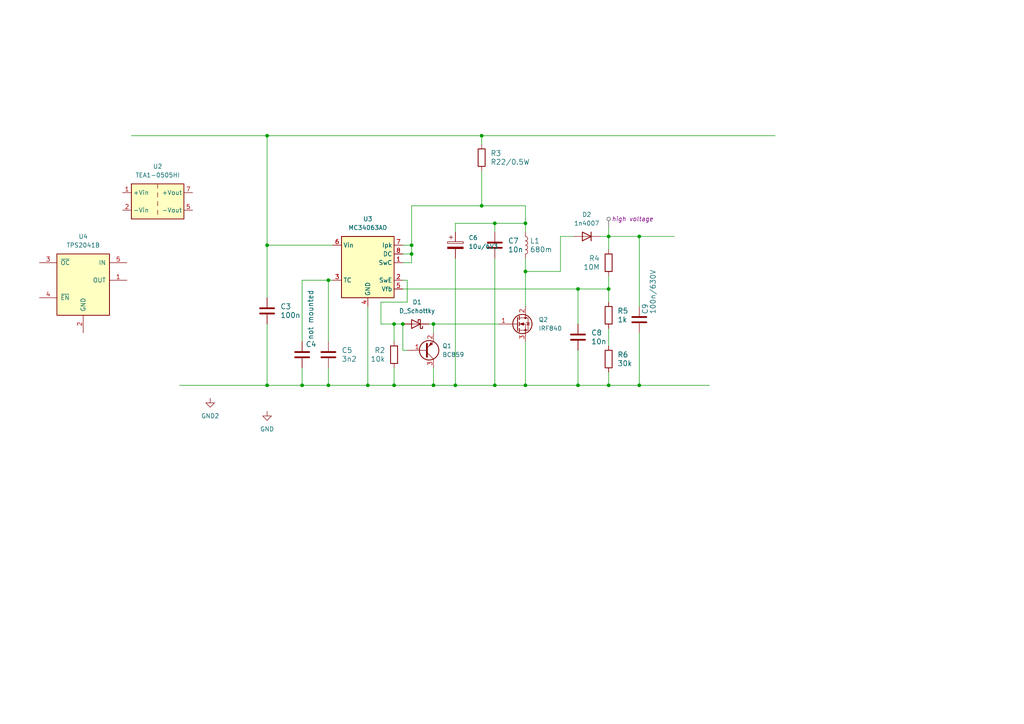
<source format=kicad_sch>
(kicad_sch (version 20231120) (generator "eeschema") (generator_version "8.0")
  (paper "A4")
  (lib_symbols
    (symbol "Converter_DCDC:TEA1-0505HI"
      (property "Reference" "U" (at -7.62 6.35 0))
      (property "Value" "TEA1-0505HI" (at -2.54 6.35 0))
      (symbol "TEA1-0505HI_0_1"
        (rectangle (start -7.62 5.08) (end 7.62 -5.08) (stroke (width 0.254)) (fill (type background)))
        (polyline (pts (xy 0 -2.54) (xy 0 -3.81)))
        (polyline (pts (xy 0 0) (xy 0 -1.27)))
        (polyline (pts (xy 0 2.54) (xy 0 1.27)))
        (polyline (pts (xy 0 5.08) (xy 0 3.81)))
      )
      (symbol "TEA1-0505HI_1_1"
        (pin power_in line (at -10.16 2.54 0) (length 2.54) (name "+Vin") (number "1"))
        (pin power_in line (at -10.16 -2.54 0) (length 2.54) (name "-Vin") (number "2"))
        (pin power_out line (at 10.16 -2.54 180) (length 2.54) (name "-Vout") (number "5"))
        (pin power_out line (at 10.16 2.54 180) (length 2.54) (name "+Vout") (number "7"))
      )
    )
    (symbol "Device:C" (pin_numbers hide) (pin_names (offset 0.254))
      (property "Reference" "C" (at 0.635 2.54 0))
      (property "Value" "C" (at 0.635 -2.54 0))
      (symbol "C_0_1"
        (polyline (pts (xy -2.032 -0.762) (xy 2.032 -0.762)) (stroke (width 0.508)))
        (polyline (pts (xy -2.032 0.762) (xy 2.032 0.762)) (stroke (width 0.508)))
      )
      (symbol "C_1_1"
        (pin passive line (at 0 3.81 270) (length 2.794) (name "~") (number "1"))
        (pin passive line (at 0 -3.81 90) (length 2.794) (name "~") (number "2"))
      )
    )
    (symbol "Device:C_Polarized" (pin_numbers hide) (pin_names (offset 0.254))
      (property "Reference" "C" (at 0.635 2.54 0))
      (property "Value" "C_Polarized" (at 0.635 -2.54 0))
      (symbol "C_Polarized_0_1"
        (rectangle (start -2.286 0.508) (end 2.286 1.016))
        (polyline (pts (xy -1.778 2.286) (xy -0.762 2.286)))
        (polyline (pts (xy -1.27 2.794) (xy -1.27 1.778)))
        (rectangle (start 2.286 -0.508) (end -2.286 -1.016) (fill (type outline)))
      )
      (symbol "C_Polarized_1_1"
        (pin passive line (at 0 3.81 270) (length 2.794) (name "~") (number "1"))
        (pin passive line (at 0 -3.81 90) (length 2.794) (name "~") (number "2"))
      )
    )
    (symbol "Device:D" (pin_numbers hide) (pin_names (offset 1.016) hide)
      (property "Reference" "D" (at 0 2.54 0))
      (property "Value" "D" (at 0 -2.54 0))
      (symbol "D_0_1"
        (polyline (pts (xy -1.27 1.27) (xy -1.27 -1.27)) (stroke (width 0.254)))
        (polyline (pts (xy 1.27 0) (xy -1.27 0)))
        (polyline (pts (xy 1.27 1.27) (xy 1.27 -1.27) (xy -1.27 0) (xy 1.27 1.27)) (stroke (width 0.254)))
      )
      (symbol "D_1_1"
        (pin passive line (at -3.81 0 0) (length 2.54) (name "K") (number "1"))
        (pin passive line (at 3.81 0 180) (length 2.54) (name "A") (number "2"))
      )
    )
    (symbol "Device:D_Schottky" (pin_numbers hide) (pin_names (offset 1.016) hide)
      (property "Reference" "D" (at 0 2.54 0))
      (property "Value" "D_Schottky" (at 0 -2.54 0))
      (symbol "D_Schottky_0_1"
        (polyline (pts (xy 1.27 0) (xy -1.27 0)))
        (polyline (pts (xy 1.27 1.27) (xy 1.27 -1.27) (xy -1.27 0) (xy 1.27 1.27)) (stroke (width 0.254)))
        (polyline (pts (xy -1.905 0.635) (xy -1.905 1.27) (xy -1.27 1.27) (xy -1.27 -1.27) (xy -0.635 -1.27) (xy -0.635 -0.635)) (stroke (width 0.254)))
      )
      (symbol "D_Schottky_1_1"
        (pin passive line (at -3.81 0 0) (length 2.54) (name "K") (number "1"))
        (pin passive line (at 3.81 0 180) (length 2.54) (name "A") (number "2"))
      )
    )
    (symbol "Device:L" (pin_numbers hide) (pin_names (offset 1.016) hide)
      (property "Reference" "L" (at -1.27 0 90))
      (property "Value" "L" (at 1.905 0 90))
      (symbol "L_0_1"
        (arc (start 0 -2.54) (mid 0.6323 -1.905) (end 0 -1.27))
        (arc (start 0 -1.27) (mid 0.6323 -0.635) (end 0 0))
        (arc (start 0 0) (mid 0.6323 0.635) (end 0 1.27))
        (arc (start 0 1.27) (mid 0.6323 1.905) (end 0 2.54))
      )
      (symbol "L_1_1"
        (pin passive line (at 0 3.81 270) (length 1.27) (name "1") (number "1"))
        (pin passive line (at 0 -3.81 90) (length 1.27) (name "2") (number "2"))
      )
    )
    (symbol "Device:Q_NMOS_GDS" (pin_names (offset 0) hide)
      (property "Reference" "Q" (at 5.08 1.27 0))
      (property "Value" "Q_NMOS_GDS" (at 5.08 -1.27 0))
      (symbol "Q_NMOS_GDS_0_1"
        (polyline (pts (xy 0.254 0) (xy -2.54 0)))
        (polyline (pts (xy 0.254 1.905) (xy 0.254 -1.905)) (stroke (width 0.254)))
        (polyline (pts (xy 0.762 -1.27) (xy 0.762 -2.286)) (stroke (width 0.254)))
        (polyline (pts (xy 0.762 0.508) (xy 0.762 -0.508)) (stroke (width 0.254)))
        (polyline (pts (xy 0.762 2.286) (xy 0.762 1.27)) (stroke (width 0.254)))
        (polyline (pts (xy 2.54 2.54) (xy 2.54 1.778)))
        (polyline (pts (xy 2.54 -2.54) (xy 2.54 0) (xy 0.762 0)))
        (polyline (pts (xy 0.762 -1.778) (xy 3.302 -1.778) (xy 3.302 1.778) (xy 0.762 1.778)))
        (polyline (pts (xy 1.016 0) (xy 2.032 0.381) (xy 2.032 -0.381) (xy 1.016 0)) (fill (type outline)))
        (polyline (pts (xy 2.794 0.508) (xy 2.921 0.381) (xy 3.683 0.381) (xy 3.81 0.254)))
        (polyline (pts (xy 3.302 0.381) (xy 2.921 -0.254) (xy 3.683 -0.254) (xy 3.302 0.381)))
        (circle (center 1.651 0) (radius 2.794) (stroke (width 0.254)))
        (circle (center 2.54 -1.778) (radius 0.254) (fill (type outline)))
        (circle (center 2.54 1.778) (radius 0.254) (fill (type outline)))
      )
      (symbol "Q_NMOS_GDS_1_1"
        (pin input line (at -5.08 0 0) (length 2.54) (name "G") (number "1"))
        (pin passive line (at 2.54 5.08 270) (length 2.54) (name "D") (number "2"))
        (pin passive line (at 2.54 -5.08 90) (length 2.54) (name "S") (number "3"))
      )
    )
    (symbol "Device:R" (pin_numbers hide) (pin_names (offset 0))
      (property "Reference" "R" (at 2.032 0 90))
      (property "Value" "R" (at 0 0 90))
      (symbol "R_0_1"
        (rectangle (start -1.016 -2.54) (end 1.016 2.54) (stroke (width 0.254)))
      )
      (symbol "R_1_1"
        (pin passive line (at 0 3.81 270) (length 1.27) (name "~") (number "1"))
        (pin passive line (at 0 -3.81 90) (length 1.27) (name "~") (number "2"))
      )
    )
    (symbol "Isolator:TLP185"
      (property "Reference" "U" (at -5.08 5.08 0))
      (property "Value" "TLP185" (at -5.08 -5.08 0))
      (symbol "TLP185_0_1"
        (rectangle (start -5.08 3.81) (end 5.08 -3.81) (stroke (width 0.254)) (fill (type background)))
        (polyline (pts (xy -3.175 -0.635) (xy -1.905 -0.635)) (stroke (width 0.254)))
        (polyline (pts (xy 2.54 1.905) (xy 2.54 -1.905) (xy 2.54 -1.905)) (stroke (width 0.508)))
        (polyline (pts (xy 5.08 -2.54) (xy 4.445 -2.54) (xy 2.54 -0.635)) (stroke (width 0.254)))
        (polyline (pts (xy 5.08 2.54) (xy 4.445 2.54) (xy 2.54 0.635)) (stroke (width 0.254)))
        (polyline (pts (xy -5.08 -2.54) (xy -2.54 -2.54) (xy -2.54 2.54) (xy -5.08 2.54)) (stroke (width 0.254)))
        (polyline (pts (xy -2.54 -0.635) (xy -3.175 0.635) (xy -1.905 0.635) (xy -2.54 -0.635)) (stroke (width 0.254)))
        (polyline (pts (xy -0.508 -0.508) (xy 0.762 -0.508) (xy 0.381 -0.635) (xy 0.381 -0.381) (xy 0.762 -0.508)) (stroke (width 0.254)))
        (polyline (pts (xy -0.508 0.508) (xy 0.762 0.508) (xy 0.381 0.381) (xy 0.381 0.635) (xy 0.762 0.508)) (stroke (width 0.254)))
        (polyline (pts (xy 3.048 -1.651) (xy 3.556 -1.143) (xy 4.064 -2.159) (xy 3.048 -1.651) (xy 3.048 -1.651)) (stroke (width 0.254)) (fill (type outline)))
      )
      (symbol "TLP185_1_1"
        (pin passive line (at -7.62 2.54 0) (length 2.54) (name "~") (number "1"))
        (pin passive line (at -7.62 -2.54 0) (length 2.54) (name "~") (number "3"))
        (pin passive line (at 7.62 -2.54 180) (length 2.54) (name "~") (number "4"))
        (pin passive line (at 7.62 2.54 180) (length 2.54) (name "~") (number "6"))
      )
    )
    (symbol "Power_Management:TPS2041B" (pin_names (offset 1.016))
      (property "Reference" "U" (at 0 10.795 0))
      (property "Value" "TPS2041B" (at 0 8.89 0))
      (symbol "TPS2041B_0_1"
        (rectangle (start -7.62 7.62) (end 7.62 -10.16) (stroke (width 0.254)) (fill (type background)))
      )
      (symbol "TPS2041B_1_1"
        (pin power_out line (at 12.7 0 180) (length 5.08) (name "OUT") (number "1"))
        (pin power_in line (at 0 -15.24 90) (length 5.08) (name "GND") (number "2"))
        (pin open_collector line (at -12.7 5.08 0) (length 5.08) (name "~{OC}") (number "3"))
        (pin input line (at -12.7 -5.08 0) (length 5.08) (name "~{EN}") (number "4"))
        (pin power_in line (at 12.7 5.08 180) (length 5.08) (name "IN") (number "5"))
      )
    )
    (symbol "Regulator_Switching:MC34063AD"
      (property "Reference" "U" (at -7.62 8.89 0))
      (property "Value" "MC34063AD" (at 0 8.89 0))
      (symbol "MC34063AD_0_1"
        (rectangle (start -7.62 7.62) (end 7.62 -10.16) (stroke (width 0.254)) (fill (type background)))
      )
      (symbol "MC34063AD_1_1"
        (pin open_collector line (at 10.16 0 180) (length 2.54) (name "SwC") (number "1"))
        (pin open_emitter line (at 10.16 -5.08 180) (length 2.54) (name "SwE") (number "2"))
        (pin passive line (at -10.16 -5.08 0) (length 2.54) (name "TC") (number "3"))
        (pin power_in line (at 0 -12.7 90) (length 2.54) (name "GND") (number "4"))
        (pin input line (at 10.16 -7.62 180) (length 2.54) (name "Vfb") (number "5"))
        (pin power_in line (at -10.16 5.08 0) (length 2.54) (name "Vin") (number "6"))
        (pin input line (at 10.16 5.08 180) (length 2.54) (name "Ipk") (number "7"))
        (pin open_collector line (at 10.16 2.54 180) (length 2.54) (name "DC") (number "8"))
      )
    )
    (symbol "Transistor_BJT:BC859" (pin_names (offset 0) hide)
      (property "Reference" "Q" (at 5.08 1.905 0))
      (property "Value" "BC859" (at 5.08 0 0))
      (symbol "BC859_0_1"
        (polyline (pts (xy 0.635 0.635) (xy 2.54 2.54)))
        (polyline (pts (xy 0.635 -0.635) (xy 2.54 -2.54) (xy 2.54 -2.54)))
        (polyline (pts (xy 0.635 1.905) (xy 0.635 -1.905) (xy 0.635 -1.905)) (stroke (width 0.508)))
        (polyline (pts (xy 2.286 -1.778) (xy 1.778 -2.286) (xy 1.27 -1.27) (xy 2.286 -1.778) (xy 2.286 -1.778)) (fill (type outline)))
        (circle (center 1.27 0) (radius 2.8194) (stroke (width 0.254)))
      )
      (symbol "BC859_1_1"
        (pin input line (at -5.08 0 0) (length 5.715) (name "B") (number "1"))
        (pin passive line (at 2.54 -5.08 90) (length 2.54) (name "E") (number "2"))
        (pin passive line (at 2.54 5.08 270) (length 2.54) (name "C") (number "3"))
      )
    )
    (symbol "power:GND" (power) (pin_numbers hide) (pin_names (offset 0) hide)
      (property "Value" "GND" (at 0 -3.81 0))
      (symbol "GND_0_1"
        (polyline (pts (xy 0 0) (xy 0 -1.27) (xy 1.27 -1.27) (xy 0 -2.54) (xy -1.27 -1.27) (xy 0 -1.27)))
      )
      (symbol "GND_1_1"
        (pin power_in line (at 0 0 270) (length 0) (name "~") (number "1"))
      )
    )
    (symbol "power:GND2" (power) (pin_numbers hide) (pin_names (offset 0) hide)
      (property "Value" "GND2" (at 0 -3.81 0))
      (symbol "GND2_0_1"
        (polyline (pts (xy 0 0) (xy 0 -1.27) (xy 1.27 -1.27) (xy 0 -2.54) (xy -1.27 -1.27) (xy 0 -1.27)))
      )
      (symbol "GND2_1_1"
        (pin power_in line (at 0 0 270) (length 0) (name "~") (number "1"))
      )
    )
  )
  (junction (at 152.4 111.76))
  (junction (at 152.4 64.77))
  (junction (at 185.42 68.58))
  (junction (at 106.68 111.76))
  (junction (at 185.42 111.76))
  (junction (at 167.64 111.76))
  (junction (at 143.51 111.76))
  (junction (at 139.7 59.69))
  (junction (at 87.63 111.76))
  (junction (at 114.3 93.98))
  (junction (at 125.73 111.76))
  (junction (at 77.47 111.76))
  (junction (at 116.84 93.98))
  (junction (at 119.38 73.66))
  (junction (at 139.7 39.37))
  (junction (at 176.53 68.58))
  (junction (at 152.4 78.74))
  (junction (at 95.25 81.28))
  (junction (at 176.53 83.82))
  (junction (at 143.51 64.77))
  (junction (at 132.08 111.76))
  (junction (at 119.38 71.12))
  (junction (at 176.53 111.76))
  (junction (at 167.64 83.82))
  (junction (at 77.47 71.12))
  (junction (at 95.25 111.76))
  (junction (at 77.47 39.37))
  (junction (at 114.3 111.76))
  (junction (at 125.73 93.98))
  (wire (pts (xy 167.64 83.82) (xy 176.53 83.82)))
  (wire (pts (xy 110.49 93.98) (xy 114.3 93.98)))
  (wire (pts (xy 125.73 93.98) (xy 144.78 93.98)))
  (wire (pts (xy 38.1 39.37) (xy 77.47 39.37)))
  (wire (pts (xy 116.84 81.28) (xy 118.11 81.28)))
  (wire (pts (xy 114.3 93.98) (xy 114.3 99.06)))
  (wire (pts (xy 176.53 68.58) (xy 176.53 72.39)))
  (wire (pts (xy 139.7 39.37) (xy 224.79 39.37)))
  (wire (pts (xy 143.51 111.76) (xy 152.4 111.76)))
  (wire (pts (xy 95.25 106.68) (xy 95.25 111.76)))
  (wire (pts (xy 95.25 81.28) (xy 95.25 99.06)))
  (wire (pts (xy 176.53 66.04) (xy 176.53 68.58)))
  (wire (pts (xy 106.68 88.9) (xy 106.68 111.76)))
  (wire (pts (xy 77.47 71.12) (xy 77.47 86.36)))
  (wire (pts (xy 167.64 111.76) (xy 176.53 111.76)))
  (wire (pts (xy 176.53 111.76) (xy 185.42 111.76)))
  (wire (pts (xy 176.53 80.01) (xy 176.53 83.82)))
  (wire (pts (xy 152.4 64.77) (xy 152.4 67.31)))
  (wire (pts (xy 125.73 106.68) (xy 125.73 111.76)))
  (wire (pts (xy 143.51 67.31) (xy 143.51 64.77)))
  (wire (pts (xy 119.38 71.12) (xy 119.38 59.69)))
  (wire (pts (xy 166.37 68.58) (xy 162.56 68.58)))
  (wire (pts (xy 139.7 59.69) (xy 152.4 59.69)))
  (wire (pts (xy 132.08 64.77) (xy 143.51 64.77)))
  (wire (pts (xy 139.7 39.37) (xy 139.7 41.91)))
  (wire (pts (xy 52.07 111.76) (xy 77.47 111.76)))
  (wire (pts (xy 95.25 81.28) (xy 96.52 81.28)))
  (wire (pts (xy 118.11 81.28) (xy 118.11 87.63)))
  (wire (pts (xy 152.4 74.93) (xy 152.4 78.74)))
  (wire (pts (xy 132.08 111.76) (xy 143.51 111.76)))
  (wire (pts (xy 116.84 93.98) (xy 116.84 101.6)))
  (wire (pts (xy 185.42 96.52) (xy 185.42 111.76)))
  (wire (pts (xy 114.3 93.98) (xy 116.84 93.98)))
  (wire (pts (xy 116.84 76.2) (xy 119.38 76.2)))
  (wire (pts (xy 110.49 87.63) (xy 110.49 93.98)))
  (wire (pts (xy 119.38 76.2) (xy 119.38 73.66)))
  (wire (pts (xy 185.42 68.58) (xy 195.58 68.58)))
  (wire (pts (xy 152.4 59.69) (xy 152.4 64.77)))
  (wire (pts (xy 173.99 68.58) (xy 176.53 68.58)))
  (wire (pts (xy 152.4 78.74) (xy 162.56 78.74)))
  (wire (pts (xy 87.63 81.28) (xy 95.25 81.28)))
  (wire (pts (xy 143.51 74.93) (xy 143.51 111.76)))
  (wire (pts (xy 167.64 101.6) (xy 167.64 111.76)))
  (wire (pts (xy 87.63 111.76) (xy 87.63 106.68)))
  (wire (pts (xy 114.3 111.76) (xy 125.73 111.76)))
  (wire (pts (xy 143.51 64.77) (xy 152.4 64.77)))
  (wire (pts (xy 119.38 73.66) (xy 116.84 73.66)))
  (wire (pts (xy 125.73 96.52) (xy 125.73 93.98)))
  (wire (pts (xy 119.38 71.12) (xy 116.84 71.12)))
  (wire (pts (xy 118.11 87.63) (xy 110.49 87.63)))
  (wire (pts (xy 77.47 39.37) (xy 77.47 71.12)))
  (wire (pts (xy 87.63 111.76) (xy 95.25 111.76)))
  (wire (pts (xy 116.84 83.82) (xy 167.64 83.82)))
  (wire (pts (xy 152.4 78.74) (xy 152.4 88.9)))
  (wire (pts (xy 95.25 111.76) (xy 106.68 111.76)))
  (wire (pts (xy 132.08 64.77) (xy 132.08 67.31)))
  (wire (pts (xy 162.56 68.58) (xy 162.56 78.74)))
  (wire (pts (xy 152.4 111.76) (xy 167.64 111.76)))
  (wire (pts (xy 124.46 93.98) (xy 125.73 93.98)))
  (wire (pts (xy 185.42 88.9) (xy 185.42 68.58)))
  (wire (pts (xy 125.73 111.76) (xy 132.08 111.76)))
  (wire (pts (xy 87.63 81.28) (xy 87.63 99.06)))
  (wire (pts (xy 119.38 59.69) (xy 139.7 59.69)))
  (wire (pts (xy 139.7 49.53) (xy 139.7 59.69)))
  (wire (pts (xy 176.53 83.82) (xy 176.53 87.63)))
  (wire (pts (xy 205.74 111.76) (xy 185.42 111.76)))
  (wire (pts (xy 77.47 39.37) (xy 139.7 39.37)))
  (wire (pts (xy 176.53 107.95) (xy 176.53 111.76)))
  (wire (pts (xy 116.84 101.6) (xy 118.11 101.6)))
  (wire (pts (xy 114.3 106.68) (xy 114.3 111.76)))
  (wire (pts (xy 167.64 93.98) (xy 167.64 83.82)))
  (wire (pts (xy 152.4 99.06) (xy 152.4 111.76)))
  (wire (pts (xy 176.53 68.58) (xy 185.42 68.58)))
  (wire (pts (xy 119.38 71.12) (xy 119.38 73.66)))
  (wire (pts (xy 132.08 74.93) (xy 132.08 111.76)))
  (wire (pts (xy 106.68 111.76) (xy 114.3 111.76)))
  (wire (pts (xy 77.47 93.98) (xy 77.47 111.76)))
  (wire (pts (xy 77.47 111.76) (xy 87.63 111.76)))
  (wire (pts (xy 176.53 95.25) (xy 176.53 100.33)))
  (wire (pts (xy 96.52 71.12) (xy 77.47 71.12)))
  (netclass_flag "" (length 2.54) (shape round) (at 176.53 66.04 0) (property "Netclass" "high voltage" (at 177.419 63.5 0) (effects (font (italic yes)) (justify left))))
  (symbol (lib_id "Device:L") (at 152.4 71.12 0) (unit 1)
    (property "Reference" "L1" (at 153.67 69.8499 0) (effects (font (size 1.4986 1.4986)) (justify left)))
    (property "Value" "680m" (at 153.67 72.3899 0) (effects (font (size 1.4986 1.4986)) (justify left)))
    (property "Footprint" "Inductor_THT:L_Radial_D7.5mm_P5.00mm_Fastron_07P" (effects (hide yes)))
    (property "Description" "Inductor" (effects (hide yes)))
  )
  (symbol (lib_id "Device:D") (at 170.18 68.58 180) (unit 1)
    (property "Reference" "D2" (at 170.18 62.23 0))
    (property "Value" "1n4007" (at 170.18 64.77 0))
    (property "Footprint" "Diode_THT:D_DO-41_SOD81_P7.62mm_Horizontal" (effects (hide yes)))
  )
  (symbol (lib_id "Power_Management:TPS2041B") (at 24.13 81.28 0) (unit 1)
    (property "Reference" "U4" (at 24.13 68.58 0))
    (property "Value" "TPS2041B" (at 24.13 71.12 0))
    (property "Footprint" "Package_TO_SOT_SMD:SOT-23-5" (effects (hide yes)))
    (property "Datasheet" "http://www.ti.com/lit/ds/symlink/tps2041.pdf" (effects (hide yes)))
    (property "Description" "Single power-distribution switcher" (effects (hide yes)))
  )
  (symbol (lib_id "power:GND2") (at 60.96 115.57 0) (unit 1)
    (property "Reference" "#PWR02" (effects (hide yes)))
    (property "Value" "GND2" (at 60.96 120.65 0))
    (property "Description" "Power symbol creates a global label with name \"GND2\" , ground" (effects (hide yes)))
  )
  (symbol (lib_id "Device:C") (at 185.42 92.71 0) (unit 1)
    (property "Reference" "C9" (at 187.96 91.186 90) (effects (font (size 1.4986 1.4986)) (justify left bottom)))
    (property "Value" "100n/630V" (at 190.246 91.186 90) (effects (font (size 1.4986 1.4986)) (justify left bottom)))
    (property "Footprint" "Capacitor_THT:C_Rect_L13.5mm_W5.0mm_P10.00mm_FKS3_FKP3_MKS4" (effects (hide yes)))
    (property "Description" "Unpolarized capacitor" (effects (hide yes)))
  )
  (symbol (lib_id "Device:C_Polarized") (at 132.08 71.12 0) (unit 1)
    (property "Reference" "C6" (at 135.89 68.9609 0) (effects (justify left)))
    (property "Value" "10u/6V3" (at 135.89 71.5009 0) (effects (justify left)))
    (property "Footprint" "Capacitor_Tantalum_SMD:CP_EIA-3528-21_Kemet-B" (effects (hide yes)))
    (property "Description" "Polarized capacitor" (effects (hide yes)))
  )
  (symbol (lib_id "Isolator:TLP185") (at -11.43 96.52 0) (mirror y) (unit 1)
    (property "Reference" "U5" (at -11.43 87.63 0))
    (property "Value" "TLP185" (at -11.43 90.17 0))
    (property "Footprint" "Package_SO:SOIC-4_4.55x3.7mm_P2.54mm" (effects (hide yes)))
    (property "Datasheet" "https://toshiba.semicon-storage.com/info/docget.jsp?did=11791&prodName=TLP185" (effects (hide yes)))
    (property "Description" "DC Optocoupler, Vce 80V, CTR 50-100%, MFSOP6" (effects (hide yes)))
  )
  (symbol (lib_id "Converter_DCDC:TEA1-0505HI") (at 45.72 58.42 0) (unit 1)
    (property "Reference" "U2" (at 45.72 48.26 0))
    (property "Value" "TEA1-0505HI" (at 45.72 50.8 0))
    (property "Footprint" "Converter_DCDC:Converter_DCDC_TRACO_TEA1-xxxxHI_THT" (effects (hide yes)))
    (property "Datasheet" "https://www.tracopower.com/products/tea1hi.pdf" (effects (hide yes)))
    (property "Description" "1W DC/DC converter unregulated, 4.5-5.5V input, 5V output voltage, 200mA output, 4kVDC isolation, SIP-7" (effects (hide yes)))
  )
  (symbol (lib_id "Device:C") (at 167.64 97.79 0) (unit 1)
    (property "Reference" "C8" (at 171.45 96.5199 0) (effects (font (size 1.4986 1.4986)) (justify left)))
    (property "Value" "10n" (at 171.45 99.0599 0) (effects (font (size 1.4986 1.4986)) (justify left)))
    (property "Footprint" "Capacitor_SMD:C_0805_2012Metric" (effects (hide yes)))
    (property "Description" "Unpolarized capacitor" (effects (hide yes)))
  )
  (symbol (lib_id "power:GND") (at 77.47 119.38 0) (unit 1)
    (property "Reference" "#PWR05" (effects (hide yes)))
    (property "Value" "GND" (at 77.47 124.46 0))
    (property "Description" "Power symbol creates a global label with name \"GND\" , ground" (effects (hide yes)))
  )
  (symbol (lib_id "Device:C") (at 143.51 71.12 0) (unit 1)
    (property "Reference" "C7" (at 147.32 69.8499 0) (effects (font (size 1.4986 1.4986)) (justify left)))
    (property "Value" "10n" (at 147.32 72.3899 0) (effects (font (size 1.4986 1.4986)) (justify left)))
    (property "Footprint" "Capacitor_SMD:C_0805_2012Metric" (effects (hide yes)))
    (property "Description" "Unpolarized capacitor" (effects (hide yes)))
  )
  (symbol (lib_id "Isolator:TLP185") (at -11.43 76.2 0) (unit 1)
    (property "Reference" "U1" (at -11.43 67.31 0))
    (property "Value" "TLP185" (at -11.43 69.85 0))
    (property "Footprint" "Package_SO:SOIC-4_4.55x3.7mm_P2.54mm" (effects (hide yes)))
    (property "Datasheet" "https://toshiba.semicon-storage.com/info/docget.jsp?did=11791&prodName=TLP185" (effects (hide yes)))
    (property "Description" "DC Optocoupler, Vce 80V, CTR 50-100%, MFSOP6" (effects (hide yes)))
  )
  (symbol (lib_id "Device:C") (at 87.63 102.87 0) (unit 1)
    (property "Reference" "C4" (at 88.646 100.711 0) (effects (font (size 1.4986 1.4986)) (justify left bottom)))
    (property "Value" "not mounted" (at 90.932 98.552 90) (effects (font (size 1.4986 1.4986)) (justify left bottom)))
    (property "Footprint" "Capacitor_SMD:C_0805_2012Metric" (effects (hide yes)))
    (property "Description" "Unpolarized capacitor" (effects (hide yes)))
  )
  (symbol (lib_id "Device:R") (at 139.7 45.72 180) (unit 1)
    (property "Reference" "R3" (at 142.24 44.4499 0) (effects (font (size 1.4986 1.4986)) (justify right)))
    (property "Value" "R22/0.5W" (at 142.24 46.9899 0) (effects (font (size 1.4986 1.4986)) (justify right)))
    (property "Footprint" "Resistor_THT:R_Axial_DIN0207_L6.3mm_D2.5mm_P2.54mm_Vertical" (effects (hide yes)))
    (property "Description" "Resistor" (effects (hide yes)))
  )
  (symbol (lib_id "Device:R") (at 176.53 104.14 180) (unit 1)
    (property "Reference" "R6" (at 179.07 102.8699 0) (effects (font (size 1.4986 1.4986)) (justify right)))
    (property "Value" "30k" (at 179.07 105.4099 0) (effects (font (size 1.4986 1.4986)) (justify right)))
    (property "Footprint" "Resistor_SMD:R_0805_2012Metric" (effects (hide yes)))
    (property "Description" "Resistor" (effects (hide yes)))
  )
  (symbol (lib_id "Device:R") (at 176.53 91.44 180) (unit 1)
    (property "Reference" "R5" (at 179.07 90.1699 0) (effects (font (size 1.4986 1.4986)) (justify right)))
    (property "Value" "1k" (at 179.07 92.7099 0) (effects (font (size 1.4986 1.4986)) (justify right)))
    (property "Footprint" "Resistor_SMD:R_0805_2012Metric" (effects (hide yes)))
    (property "Description" "Resistor" (effects (hide yes)))
  )
  (symbol (lib_id "Device:Q_NMOS_GDS") (at 149.86 93.98 0) (unit 1)
    (property "Reference" "Q2" (at 156.21 92.7099 0) (effects (justify left)))
    (property "Value" "IRF840" (at 156.21 95.2499 0) (effects (justify left)))
    (property "Footprint" "Package_TO_SOT_THT:TO-220-3_Horizontal_TabDown" (effects (hide yes)))
  )
  (symbol (lib_id "Device:R") (at 114.3 102.87 180) (unit 1)
    (property "Reference" "R2" (at 111.76 101.5999 0) (effects (font (size 1.4986 1.4986)) (justify left)))
    (property "Value" "10k" (at 111.76 104.1399 0) (effects (font (size 1.4986 1.4986)) (justify left)))
    (property "Footprint" "Resistor_SMD:R_0805_2012Metric" (effects (hide yes)))
    (property "Description" "Resistor" (effects (hide yes)))
  )
  (symbol (lib_id "Device:D_Schottky") (at 120.65 93.98 180) (unit 1)
    (property "Reference" "D1" (at 120.9675 87.63 0))
    (property "Value" "D_Schottky" (at 120.9675 90.17 0))
    (property "Footprint" "Diodes_SMD:D_SOT-23_ANK" (effects (hide yes)))
  )
  (symbol (lib_id "Regulator_Switching:MC34063AD") (at 106.68 76.2 0) (unit 1)
    (property "Reference" "U3" (at 106.68 63.5 0))
    (property "Value" "MC34063AD" (at 106.68 66.04 0))
    (property "Footprint" "Package_SO:SO-8_5.3x6.2mm_P1.27mm" (effects (hide yes)))
    (property "Datasheet" "http://www.onsemi.com/pub_link/Collateral/MC34063A-D.PDF" (effects (hide yes)))
    (property "Description" "1.5A, step-up/down/inverting switching regulator, 3-40V Vin, 100kHz, SO-8" (effects (hide yes)))
  )
  (symbol (lib_id "Device:R") (at 176.53 76.2 180) (unit 1)
    (property "Reference" "R4" (at 173.99 74.9299 0) (effects (font (size 1.4986 1.4986)) (justify left)))
    (property "Value" "10M" (at 173.99 77.4699 0) (effects (font (size 1.4986 1.4986)) (justify left)))
    (property "Footprint" "Resistor_THT:R_Axial_DIN0207_L6.3mm_D2.5mm_P5.08mm_Vertical" (effects (hide yes)))
    (property "Description" "Resistor" (effects (hide yes)))
  )
  (symbol (lib_id "Device:C") (at 77.47 90.17 0) (unit 1)
    (property "Reference" "C3" (at 81.28 88.8999 0) (effects (font (size 1.4986 1.4986)) (justify left)))
    (property "Value" "100n" (at 81.28 91.4399 0) (effects (font (size 1.4986 1.4986)) (justify left)))
    (property "Footprint" "Capacitor_SMD:C_0805_2012Metric" (effects (hide yes)))
    (property "Description" "Unpolarized capacitor" (effects (hide yes)))
  )
  (symbol (lib_id "Device:C") (at 95.25 102.87 0) (unit 1)
    (property "Reference" "C5" (at 99.06 101.5999 0) (effects (font (size 1.4986 1.4986)) (justify left)))
    (property "Value" "3n2" (at 99.06 104.1399 0) (effects (font (size 1.4986 1.4986)) (justify left)))
    (property "Footprint" "Capacitor_SMD:C_0805_2012Metric" (effects (hide yes)))
    (property "Description" "Unpolarized capacitor" (effects (hide yes)))
  )
  (symbol (lib_id "Transistor_BJT:BC859") (at 123.19 101.6 0) (mirror x) (unit 1)
    (property "Reference" "Q1" (at 128.27 100.3299 0) (effects (justify left)))
    (property "Value" "BC859" (at 128.27 102.8699 0) (effects (justify left)))
    (property "Footprint" "Package_TO_SOT_SMD:TSOT-23" (effects (hide yes)))
    (property "Datasheet" "http://www.infineon.com/dgdl/Infineon-BC857SERIES_BC858SERIES_BC859SERIES_BC860SERIES-DS-v01_01-en.pdf?fileId=db3a304314dca389011541da0e3a1661" (effects (hide yes)))
  )
)
</source>
